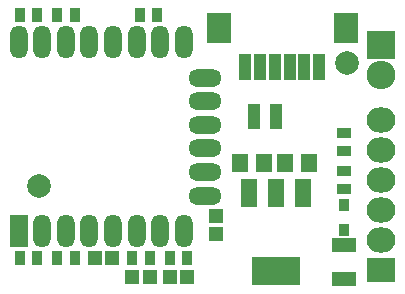
<source format=gts>
G04 #@! TF.FileFunction,Soldermask,Top*
%FSLAX46Y46*%
G04 Gerber Fmt 4.6, Leading zero omitted, Abs format (unit mm)*
G04 Created by KiCad (PCBNEW (2015-11-11 BZR 6309, Git 34f1c0e)-product) date Mon 07 Dec 2015 11:04:15 PM EET*
%MOMM*%
G01*
G04 APERTURE LIST*
%ADD10C,0.100000*%
%ADD11C,2.000000*%
%ADD12R,1.200000X1.150000*%
%ADD13R,1.150000X1.200000*%
%ADD14R,1.400000X1.650000*%
%ADD15R,1.197560X1.197560*%
%ADD16R,0.850000X0.990000*%
%ADD17R,2.100000X1.300000*%
%ADD18R,2.432000X2.127200*%
%ADD19O,2.432000X2.127200*%
%ADD20R,2.432000X2.432000*%
%ADD21O,2.432000X2.432000*%
%ADD22R,0.900000X1.300000*%
%ADD23R,1.300000X0.900000*%
%ADD24O,2.800000X1.500000*%
%ADD25R,1.500000X2.800000*%
%ADD26O,1.500000X2.800000*%
%ADD27R,4.057600X2.432000*%
%ADD28R,1.416000X2.432000*%
%ADD29R,1.000000X0.820000*%
%ADD30R,1.100000X2.200000*%
%ADD31R,2.000000X2.600000*%
G04 APERTURE END LIST*
D10*
D11*
X46863000Y-75882500D03*
D12*
X51574000Y-81978500D03*
X53074000Y-81978500D03*
D13*
X61849000Y-79934500D03*
X61849000Y-78434500D03*
D14*
X69707000Y-73977500D03*
X67707000Y-73977500D03*
X63897000Y-73977500D03*
X65897000Y-73977500D03*
D15*
X59423300Y-83629500D03*
X57924700Y-83629500D03*
X56248300Y-83629500D03*
X54749700Y-83629500D03*
D16*
X72644000Y-79604500D03*
X72644000Y-77494500D03*
D17*
X72644000Y-83809500D03*
X72644000Y-80909500D03*
D18*
X75819000Y-82994500D03*
D19*
X75819000Y-80454500D03*
X75819000Y-77914500D03*
X75819000Y-75374500D03*
X75819000Y-72834500D03*
X75819000Y-70294500D03*
D20*
X75819000Y-63944500D03*
D21*
X75819000Y-66484500D03*
D22*
X59424000Y-81978500D03*
X57924000Y-81978500D03*
X49899000Y-81978500D03*
X48399000Y-81978500D03*
X45224000Y-81978500D03*
X46724000Y-81978500D03*
X56249000Y-81978500D03*
X54749000Y-81978500D03*
D23*
X72644000Y-74624500D03*
X72644000Y-76124500D03*
X72644000Y-71449500D03*
X72644000Y-72949500D03*
D22*
X46724000Y-61404500D03*
X45224000Y-61404500D03*
X49899000Y-61404500D03*
X48399000Y-61404500D03*
X55384000Y-61404500D03*
X56884000Y-61404500D03*
D24*
X60875201Y-76729500D03*
X60875201Y-74729500D03*
X60875201Y-72729500D03*
X60875201Y-70729500D03*
X60875201Y-68729500D03*
X60875201Y-66729500D03*
D25*
X45125201Y-79719500D03*
D26*
X47125201Y-79719500D03*
X49125201Y-79719500D03*
X51125201Y-79719500D03*
X53125201Y-79719500D03*
X55125201Y-79719500D03*
X57125201Y-79719500D03*
X59125201Y-79719500D03*
X59125201Y-63719500D03*
X57125201Y-63719500D03*
X55125201Y-63719500D03*
X53125201Y-63719500D03*
X51125201Y-63719500D03*
X49125201Y-63719500D03*
X47125201Y-63719500D03*
X45125201Y-63719500D03*
D27*
X66929000Y-83121500D03*
D28*
X66929000Y-76517500D03*
X64643000Y-76517500D03*
X69215000Y-76517500D03*
D29*
X66929000Y-70675500D03*
X66929000Y-70025500D03*
X66929000Y-69375500D03*
X65029000Y-69375500D03*
X65029000Y-70025500D03*
X65029000Y-70675500D03*
D30*
X64324000Y-65799500D03*
X65574000Y-65799500D03*
X66824000Y-65799500D03*
X68074000Y-65799500D03*
X69324000Y-65799500D03*
X70574000Y-65799500D03*
D31*
X62074000Y-62499500D03*
X72824000Y-62499500D03*
D11*
X72898000Y-65468500D03*
M02*

</source>
